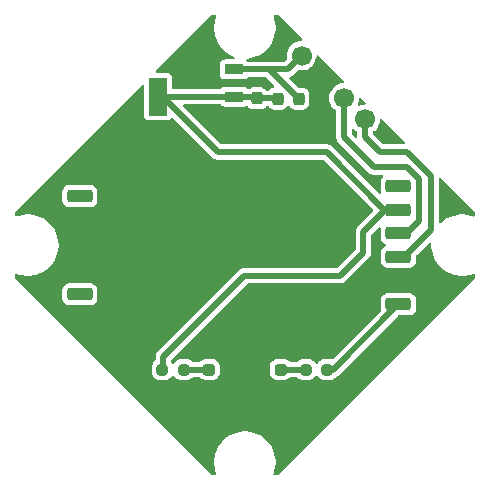
<source format=gtl>
G04 #@! TF.GenerationSoftware,KiCad,Pcbnew,8.0.5*
G04 #@! TF.CreationDate,2024-09-26T09:52:47+02:00*
G04 #@! TF.ProjectId,BL-R8812AF1 mount,424c2d52-3838-4313-9241-4631206d6f75,rev?*
G04 #@! TF.SameCoordinates,Original*
G04 #@! TF.FileFunction,Copper,L1,Top*
G04 #@! TF.FilePolarity,Positive*
%FSLAX46Y46*%
G04 Gerber Fmt 4.6, Leading zero omitted, Abs format (unit mm)*
G04 Created by KiCad (PCBNEW 8.0.5) date 2024-09-26 09:52:47*
%MOMM*%
%LPD*%
G01*
G04 APERTURE LIST*
G04 Aperture macros list*
%AMRoundRect*
0 Rectangle with rounded corners*
0 $1 Rounding radius*
0 $2 $3 $4 $5 $6 $7 $8 $9 X,Y pos of 4 corners*
0 Add a 4 corners polygon primitive as box body*
4,1,4,$2,$3,$4,$5,$6,$7,$8,$9,$2,$3,0*
0 Add four circle primitives for the rounded corners*
1,1,$1+$1,$2,$3*
1,1,$1+$1,$4,$5*
1,1,$1+$1,$6,$7*
1,1,$1+$1,$8,$9*
0 Add four rect primitives between the rounded corners*
20,1,$1+$1,$2,$3,$4,$5,0*
20,1,$1+$1,$4,$5,$6,$7,0*
20,1,$1+$1,$6,$7,$8,$9,0*
20,1,$1+$1,$8,$9,$2,$3,0*%
%AMHorizOval*
0 Thick line with rounded ends*
0 $1 width*
0 $2 $3 position (X,Y) of the first rounded end (center of the circle)*
0 $4 $5 position (X,Y) of the second rounded end (center of the circle)*
0 Add line between two ends*
20,1,$1,$2,$3,$4,$5,0*
0 Add two circle primitives to create the rounded ends*
1,1,$1,$2,$3*
1,1,$1,$4,$5*%
G04 Aperture macros list end*
G04 #@! TA.AperFunction,SMDPad,CuDef*
%ADD10RoundRect,0.237500X0.250000X0.237500X-0.250000X0.237500X-0.250000X-0.237500X0.250000X-0.237500X0*%
G04 #@! TD*
G04 #@! TA.AperFunction,SMDPad,CuDef*
%ADD11RoundRect,0.237500X-0.250000X-0.237500X0.250000X-0.237500X0.250000X0.237500X-0.250000X0.237500X0*%
G04 #@! TD*
G04 #@! TA.AperFunction,SMDPad,CuDef*
%ADD12RoundRect,0.237500X-0.237500X0.300000X-0.237500X-0.300000X0.237500X-0.300000X0.237500X0.300000X0*%
G04 #@! TD*
G04 #@! TA.AperFunction,SMDPad,CuDef*
%ADD13RoundRect,0.237500X0.287500X0.237500X-0.287500X0.237500X-0.287500X-0.237500X0.287500X-0.237500X0*%
G04 #@! TD*
G04 #@! TA.AperFunction,SMDPad,CuDef*
%ADD14RoundRect,0.237500X-0.287500X-0.237500X0.287500X-0.237500X0.287500X0.237500X-0.287500X0.237500X0*%
G04 #@! TD*
G04 #@! TA.AperFunction,ComponentPad*
%ADD15C,4.000000*%
G04 #@! TD*
G04 #@! TA.AperFunction,ComponentPad*
%ADD16C,1.700000*%
G04 #@! TD*
G04 #@! TA.AperFunction,ComponentPad*
%ADD17HorizOval,1.700000X0.000000X0.000000X0.000000X0.000000X0*%
G04 #@! TD*
G04 #@! TA.AperFunction,SMDPad,CuDef*
%ADD18R,1.549400X0.900800*%
G04 #@! TD*
G04 #@! TA.AperFunction,SMDPad,CuDef*
%ADD19R,1.549400X3.200400*%
G04 #@! TD*
G04 #@! TA.AperFunction,SMDPad,CuDef*
%ADD20RoundRect,0.275000X0.825000X0.275000X-0.825000X0.275000X-0.825000X-0.275000X0.825000X-0.275000X0*%
G04 #@! TD*
G04 #@! TA.AperFunction,Conductor*
%ADD21C,0.500000*%
G04 #@! TD*
G04 #@! TA.AperFunction,Conductor*
%ADD22C,0.200000*%
G04 #@! TD*
G04 APERTURE END LIST*
D10*
X87550000Y-159639000D03*
X85725000Y-159639000D03*
D11*
X97870000Y-159639000D03*
X99695000Y-159639000D03*
D12*
X97282000Y-136705000D03*
X97282000Y-138430000D03*
X95504000Y-136705000D03*
X95504000Y-138430000D03*
X93726000Y-136678500D03*
X93726000Y-138403500D03*
D13*
X91426000Y-159639000D03*
X89676000Y-159639000D03*
D14*
X93994000Y-159639000D03*
X95744000Y-159639000D03*
D15*
X94201000Y-148938000D03*
X99601000Y-148938000D03*
X94201000Y-154338000D03*
X99601000Y-154338000D03*
D16*
X97499898Y-133059898D03*
D17*
X99295949Y-134855949D03*
X101092000Y-136652000D03*
X102888052Y-138448052D03*
D18*
X91795600Y-138825000D03*
X91795600Y-136525000D03*
X91795600Y-134225000D03*
D19*
X85344000Y-136525000D03*
D20*
X105710000Y-144098000D03*
X105710000Y-146098000D03*
X105710000Y-148098000D03*
X105710000Y-150098000D03*
X105710000Y-152098000D03*
X105710000Y-154098000D03*
X78710000Y-154748000D03*
X78710000Y-153248000D03*
X78710000Y-151748000D03*
X78710000Y-146448000D03*
X78710000Y-144948000D03*
X78710000Y-143448000D03*
D21*
X93726000Y-136678500D02*
X95477500Y-136678500D01*
D22*
X95477500Y-136678500D02*
X95504000Y-136705000D01*
D21*
X95745000Y-136906000D02*
X95758000Y-136893000D01*
X93980000Y-136893000D02*
X93993000Y-136906000D01*
X102743000Y-147965000D02*
X102743000Y-149733000D01*
X104610000Y-146098000D02*
X102743000Y-147965000D01*
X85344000Y-136525000D02*
X91795600Y-136525000D01*
X85598000Y-136398000D02*
X85344000Y-136398000D01*
X99628478Y-141224000D02*
X90424000Y-141224000D01*
X93485000Y-136525000D02*
X93726000Y-136766000D01*
X105710000Y-146098000D02*
X104502478Y-146098000D01*
X104502478Y-146098000D02*
X99628478Y-141224000D01*
X85789000Y-158559000D02*
X85789000Y-159639000D01*
X100788000Y-151688000D02*
X92660000Y-151688000D01*
X92660000Y-151688000D02*
X85789000Y-158559000D01*
X102743000Y-149733000D02*
X100788000Y-151688000D01*
X90424000Y-141224000D02*
X85598000Y-136398000D01*
X91795600Y-136525000D02*
X93485000Y-136525000D01*
X105710000Y-146098000D02*
X104610000Y-146098000D01*
X108458000Y-147828000D02*
X108458000Y-143256000D01*
X106210000Y-150098000D02*
X106442000Y-150098000D01*
X106426000Y-141224000D02*
X104140000Y-141224000D01*
X104140000Y-141224000D02*
X102888052Y-139972052D01*
X102616000Y-138430000D02*
X102634051Y-138411949D01*
X106188000Y-150098000D02*
X108458000Y-147828000D01*
X105710000Y-150098000D02*
X106188000Y-150098000D01*
X102888052Y-139972052D02*
X102888052Y-138448052D01*
X108458000Y-143256000D02*
X106426000Y-141224000D01*
X102616000Y-138871076D02*
X102616000Y-138430000D01*
X105710000Y-148098000D02*
X106410000Y-148098000D01*
X107442000Y-147066000D02*
X107442000Y-143510000D01*
X101092000Y-136906000D02*
X100981096Y-136795096D01*
X101092000Y-139954000D02*
X101092000Y-136906000D01*
X106410000Y-148098000D02*
X107442000Y-147066000D01*
X106426000Y-142494000D02*
X103632000Y-142494000D01*
X107442000Y-143510000D02*
X106426000Y-142494000D01*
X106210000Y-148098000D02*
X106410000Y-148098000D01*
X103632000Y-142494000D02*
X101092000Y-139954000D01*
X105710000Y-154098000D02*
X100169000Y-159639000D01*
X100169000Y-159639000D02*
X99631000Y-159639000D01*
X94742000Y-134225000D02*
X96366988Y-134225000D01*
X96366988Y-134225000D02*
X97388994Y-133202994D01*
X97282000Y-136765000D02*
X94742000Y-134225000D01*
X97282000Y-136779000D02*
X97282000Y-136765000D01*
X91795600Y-134225000D02*
X94742000Y-134225000D01*
X97981000Y-159639000D02*
X95517000Y-159639000D01*
X89903000Y-159639000D02*
X87439000Y-159639000D01*
G04 #@! TA.AperFunction,Conductor*
G36*
X84088134Y-135530192D02*
G01*
X84144067Y-135572064D01*
X84168484Y-135637528D01*
X84168800Y-135646374D01*
X84168800Y-138156717D01*
X84178255Y-138216412D01*
X84183654Y-138250504D01*
X84241250Y-138363542D01*
X84241252Y-138363544D01*
X84241254Y-138363547D01*
X84330952Y-138453245D01*
X84330954Y-138453246D01*
X84330958Y-138453250D01*
X84443994Y-138510845D01*
X84443998Y-138510847D01*
X84537775Y-138525699D01*
X84537781Y-138525700D01*
X86150218Y-138525699D01*
X86244004Y-138510846D01*
X86357042Y-138453250D01*
X86399362Y-138410930D01*
X86453651Y-138356642D01*
X86455401Y-138358392D01*
X86499545Y-138324333D01*
X86569156Y-138318335D01*
X86630960Y-138350924D01*
X86632245Y-138352191D01*
X90009325Y-141729272D01*
X90009331Y-141729277D01*
X90115874Y-141800466D01*
X90185221Y-141829189D01*
X90234256Y-141849501D01*
X90234259Y-141849501D01*
X90234260Y-141849502D01*
X90359928Y-141874500D01*
X90359931Y-141874500D01*
X90488069Y-141874500D01*
X99307670Y-141874500D01*
X99374709Y-141894185D01*
X99395351Y-141910819D01*
X103548611Y-146064079D01*
X103582096Y-146125402D01*
X103577112Y-146195094D01*
X103548611Y-146239441D01*
X102237724Y-147550328D01*
X102178973Y-147638257D01*
X102166535Y-147656872D01*
X102117499Y-147775255D01*
X102117497Y-147775261D01*
X102092500Y-147900928D01*
X102092500Y-149412192D01*
X102072815Y-149479231D01*
X102056181Y-149499873D01*
X100554873Y-151001181D01*
X100493550Y-151034666D01*
X100467192Y-151037500D01*
X92595929Y-151037500D01*
X92470261Y-151062497D01*
X92470255Y-151062499D01*
X92351870Y-151111535D01*
X92245331Y-151182722D01*
X92245324Y-151182728D01*
X85283726Y-158144326D01*
X85212534Y-158250874D01*
X85163499Y-158369255D01*
X85163497Y-158369261D01*
X85138500Y-158494928D01*
X85138500Y-158788555D01*
X85118815Y-158855594D01*
X85085972Y-158887243D01*
X85087020Y-158888594D01*
X85080851Y-158893378D01*
X84966878Y-159007351D01*
X84966869Y-159007363D01*
X84884820Y-159146103D01*
X84884817Y-159146110D01*
X84839846Y-159300897D01*
X84839845Y-159300903D01*
X84837000Y-159337057D01*
X84837000Y-159940922D01*
X84837001Y-159940947D01*
X84839846Y-159977098D01*
X84884817Y-160131889D01*
X84884820Y-160131896D01*
X84966869Y-160270636D01*
X84966873Y-160270641D01*
X84966873Y-160270642D01*
X84966878Y-160270648D01*
X85080851Y-160384621D01*
X85080855Y-160384624D01*
X85080857Y-160384626D01*
X85080860Y-160384627D01*
X85080863Y-160384630D01*
X85173356Y-160439329D01*
X85219606Y-160466681D01*
X85260428Y-160478541D01*
X85374397Y-160511653D01*
X85374400Y-160511653D01*
X85374402Y-160511654D01*
X85410565Y-160514500D01*
X86039434Y-160514499D01*
X86075598Y-160511654D01*
X86230394Y-160466681D01*
X86369143Y-160384626D01*
X86483126Y-160270643D01*
X86530769Y-160190082D01*
X86581836Y-160142400D01*
X86650578Y-160129896D01*
X86715167Y-160156541D01*
X86744230Y-160190080D01*
X86791874Y-160270643D01*
X86791876Y-160270645D01*
X86791878Y-160270648D01*
X86905851Y-160384621D01*
X86905855Y-160384624D01*
X86905857Y-160384626D01*
X86905860Y-160384627D01*
X86905863Y-160384630D01*
X86998356Y-160439329D01*
X87044606Y-160466681D01*
X87085428Y-160478541D01*
X87199397Y-160511653D01*
X87199400Y-160511653D01*
X87199402Y-160511654D01*
X87235565Y-160514500D01*
X87864434Y-160514499D01*
X87900598Y-160511654D01*
X88055394Y-160466681D01*
X88194143Y-160384626D01*
X88252951Y-160325817D01*
X88314272Y-160292334D01*
X88340631Y-160289500D01*
X88847869Y-160289500D01*
X88914908Y-160309185D01*
X88935545Y-160325814D01*
X88994357Y-160384626D01*
X88994360Y-160384627D01*
X88994363Y-160384630D01*
X89086856Y-160439329D01*
X89133106Y-160466681D01*
X89173928Y-160478541D01*
X89287897Y-160511653D01*
X89287900Y-160511653D01*
X89287902Y-160511654D01*
X89324065Y-160514500D01*
X90027934Y-160514499D01*
X90064098Y-160511654D01*
X90218894Y-160466681D01*
X90357643Y-160384626D01*
X90471626Y-160270643D01*
X90553681Y-160131894D01*
X90598654Y-159977098D01*
X90601500Y-159940935D01*
X90601499Y-159337066D01*
X90601498Y-159337057D01*
X94818500Y-159337057D01*
X94818500Y-159940922D01*
X94818501Y-159940947D01*
X94821346Y-159977098D01*
X94866317Y-160131889D01*
X94866320Y-160131896D01*
X94948369Y-160270636D01*
X94948373Y-160270641D01*
X94948373Y-160270642D01*
X94948378Y-160270648D01*
X95062351Y-160384621D01*
X95062355Y-160384624D01*
X95062357Y-160384626D01*
X95062360Y-160384627D01*
X95062363Y-160384630D01*
X95154856Y-160439329D01*
X95201106Y-160466681D01*
X95241928Y-160478541D01*
X95355897Y-160511653D01*
X95355900Y-160511653D01*
X95355902Y-160511654D01*
X95392065Y-160514500D01*
X96095934Y-160514499D01*
X96132098Y-160511654D01*
X96286894Y-160466681D01*
X96425643Y-160384626D01*
X96484451Y-160325817D01*
X96545772Y-160292334D01*
X96572131Y-160289500D01*
X97079369Y-160289500D01*
X97146408Y-160309185D01*
X97167045Y-160325814D01*
X97225857Y-160384626D01*
X97225860Y-160384627D01*
X97225863Y-160384630D01*
X97318356Y-160439329D01*
X97364606Y-160466681D01*
X97405428Y-160478541D01*
X97519397Y-160511653D01*
X97519400Y-160511653D01*
X97519402Y-160511654D01*
X97555565Y-160514500D01*
X98184434Y-160514499D01*
X98220598Y-160511654D01*
X98375394Y-160466681D01*
X98514143Y-160384626D01*
X98628126Y-160270643D01*
X98675769Y-160190082D01*
X98726836Y-160142400D01*
X98795578Y-160129896D01*
X98860167Y-160156541D01*
X98889230Y-160190080D01*
X98936874Y-160270643D01*
X98936876Y-160270645D01*
X98936878Y-160270648D01*
X99050851Y-160384621D01*
X99050855Y-160384624D01*
X99050857Y-160384626D01*
X99050860Y-160384627D01*
X99050863Y-160384630D01*
X99143356Y-160439329D01*
X99189606Y-160466681D01*
X99230428Y-160478541D01*
X99344397Y-160511653D01*
X99344400Y-160511653D01*
X99344402Y-160511654D01*
X99380565Y-160514500D01*
X100009434Y-160514499D01*
X100045598Y-160511654D01*
X100200394Y-160466681D01*
X100339143Y-160384626D01*
X100453126Y-160270643D01*
X100477026Y-160230228D01*
X100514868Y-160190246D01*
X100583669Y-160144277D01*
X105643127Y-155084819D01*
X105704450Y-155051334D01*
X105730808Y-155048500D01*
X106589591Y-155048500D01*
X106589594Y-155048500D01*
X106657657Y-155042315D01*
X106814270Y-154993512D01*
X106954653Y-154908648D01*
X107070648Y-154792653D01*
X107155512Y-154652270D01*
X107204315Y-154495657D01*
X107210500Y-154427594D01*
X107210500Y-153768406D01*
X107204315Y-153700343D01*
X107155512Y-153543730D01*
X107155511Y-153543727D01*
X107070651Y-153403351D01*
X107070648Y-153403347D01*
X106954652Y-153287351D01*
X106954648Y-153287348D01*
X106814272Y-153202488D01*
X106814263Y-153202485D01*
X106657664Y-153153687D01*
X106657662Y-153153686D01*
X106657657Y-153153685D01*
X106589594Y-153147500D01*
X104830406Y-153147500D01*
X104762343Y-153153685D01*
X104762339Y-153153686D01*
X104762335Y-153153687D01*
X104605736Y-153202485D01*
X104605727Y-153202488D01*
X104465351Y-153287348D01*
X104465347Y-153287351D01*
X104349351Y-153403347D01*
X104349348Y-153403351D01*
X104264488Y-153543727D01*
X104264485Y-153543736D01*
X104215687Y-153700335D01*
X104215685Y-153700343D01*
X104209500Y-153768406D01*
X104209500Y-154427594D01*
X104215685Y-154495657D01*
X104235367Y-154558818D01*
X104236519Y-154628677D01*
X104204663Y-154683389D01*
X100155938Y-158732114D01*
X100094615Y-158765599D01*
X100051956Y-158766314D01*
X100051915Y-158766843D01*
X100046388Y-158766408D01*
X100045978Y-158766415D01*
X100045600Y-158766346D01*
X100009435Y-158763500D01*
X99380577Y-158763500D01*
X99380552Y-158763501D01*
X99344401Y-158766346D01*
X99189610Y-158811317D01*
X99189603Y-158811320D01*
X99050863Y-158893369D01*
X99050851Y-158893378D01*
X98936878Y-159007351D01*
X98936872Y-159007359D01*
X98889232Y-159087916D01*
X98838163Y-159135599D01*
X98769422Y-159148103D01*
X98704832Y-159121458D01*
X98675768Y-159087916D01*
X98661252Y-159063371D01*
X98628126Y-159007357D01*
X98628124Y-159007355D01*
X98628121Y-159007351D01*
X98514148Y-158893378D01*
X98514136Y-158893369D01*
X98375396Y-158811320D01*
X98375389Y-158811317D01*
X98220602Y-158766346D01*
X98220596Y-158766345D01*
X98184435Y-158763500D01*
X97555577Y-158763500D01*
X97555552Y-158763501D01*
X97519401Y-158766346D01*
X97364610Y-158811317D01*
X97364603Y-158811320D01*
X97225863Y-158893369D01*
X97225855Y-158893375D01*
X97206863Y-158912368D01*
X97167048Y-158952182D01*
X97105728Y-158985666D01*
X97079369Y-158988500D01*
X96572131Y-158988500D01*
X96505092Y-158968815D01*
X96484454Y-158952185D01*
X96425643Y-158893374D01*
X96425641Y-158893373D01*
X96425636Y-158893369D01*
X96286896Y-158811320D01*
X96286889Y-158811317D01*
X96132102Y-158766346D01*
X96132096Y-158766345D01*
X96095935Y-158763500D01*
X95392077Y-158763500D01*
X95392052Y-158763501D01*
X95355901Y-158766346D01*
X95201110Y-158811317D01*
X95201103Y-158811320D01*
X95062363Y-158893369D01*
X95062351Y-158893378D01*
X94948378Y-159007351D01*
X94948369Y-159007363D01*
X94866320Y-159146103D01*
X94866317Y-159146110D01*
X94821346Y-159300897D01*
X94821345Y-159300903D01*
X94818500Y-159337057D01*
X90601498Y-159337057D01*
X90598654Y-159300902D01*
X90553681Y-159146106D01*
X90471626Y-159007357D01*
X90471624Y-159007355D01*
X90471621Y-159007351D01*
X90357648Y-158893378D01*
X90357636Y-158893369D01*
X90218896Y-158811320D01*
X90218889Y-158811317D01*
X90064102Y-158766346D01*
X90064096Y-158766345D01*
X90027935Y-158763500D01*
X89324077Y-158763500D01*
X89324052Y-158763501D01*
X89287901Y-158766346D01*
X89133110Y-158811317D01*
X89133103Y-158811320D01*
X88994363Y-158893369D01*
X88994355Y-158893375D01*
X88975363Y-158912368D01*
X88935548Y-158952182D01*
X88874228Y-158985666D01*
X88847869Y-158988500D01*
X88340631Y-158988500D01*
X88273592Y-158968815D01*
X88252954Y-158952185D01*
X88194143Y-158893374D01*
X88194141Y-158893373D01*
X88194136Y-158893369D01*
X88055396Y-158811320D01*
X88055389Y-158811317D01*
X87900602Y-158766346D01*
X87900596Y-158766345D01*
X87864435Y-158763500D01*
X87235577Y-158763500D01*
X87235552Y-158763501D01*
X87199401Y-158766346D01*
X87044610Y-158811317D01*
X87044603Y-158811320D01*
X86905863Y-158893369D01*
X86905851Y-158893378D01*
X86791878Y-159007351D01*
X86791872Y-159007359D01*
X86744232Y-159087916D01*
X86693163Y-159135599D01*
X86624422Y-159148103D01*
X86559832Y-159121458D01*
X86530768Y-159087916D01*
X86516252Y-159063371D01*
X86483126Y-159007357D01*
X86483124Y-159007355D01*
X86483121Y-159007351D01*
X86475819Y-159000049D01*
X86442334Y-158938726D01*
X86439500Y-158912368D01*
X86439500Y-158879808D01*
X86459185Y-158812769D01*
X86475819Y-158792127D01*
X92893127Y-152374819D01*
X92954450Y-152341334D01*
X92980808Y-152338500D01*
X100852071Y-152338500D01*
X100936615Y-152321682D01*
X100977744Y-152313501D01*
X101096127Y-152264465D01*
X101202669Y-152193277D01*
X103248277Y-150147669D01*
X103319466Y-150041126D01*
X103368501Y-149922743D01*
X103389129Y-149819045D01*
X103393500Y-149797069D01*
X103393500Y-148285807D01*
X103413185Y-148218768D01*
X103429814Y-148198130D01*
X104002316Y-147625629D01*
X104063638Y-147592145D01*
X104133330Y-147597129D01*
X104189263Y-147639001D01*
X104213680Y-147704465D01*
X104213487Y-147724530D01*
X104209500Y-147768406D01*
X104209500Y-148427594D01*
X104215685Y-148495657D01*
X104215686Y-148495662D01*
X104215687Y-148495664D01*
X104264485Y-148652263D01*
X104264488Y-148652272D01*
X104349348Y-148792648D01*
X104349351Y-148792652D01*
X104465348Y-148908649D01*
X104603035Y-148991883D01*
X104650222Y-149043410D01*
X104662061Y-149112270D01*
X104634793Y-149176599D01*
X104603035Y-149204117D01*
X104465348Y-149287350D01*
X104349351Y-149403347D01*
X104349348Y-149403351D01*
X104264488Y-149543727D01*
X104264485Y-149543736D01*
X104215687Y-149700335D01*
X104215685Y-149700343D01*
X104209500Y-149768406D01*
X104209500Y-150427594D01*
X104215685Y-150495657D01*
X104215686Y-150495662D01*
X104215687Y-150495664D01*
X104264485Y-150652263D01*
X104264488Y-150652272D01*
X104349348Y-150792648D01*
X104349351Y-150792652D01*
X104465347Y-150908648D01*
X104465351Y-150908651D01*
X104605727Y-150993511D01*
X104605730Y-150993512D01*
X104762343Y-151042315D01*
X104830406Y-151048500D01*
X104830409Y-151048500D01*
X106589591Y-151048500D01*
X106589594Y-151048500D01*
X106657657Y-151042315D01*
X106814270Y-150993512D01*
X106954653Y-150908648D01*
X107070648Y-150792653D01*
X107155512Y-150652270D01*
X107204315Y-150495657D01*
X107210500Y-150427594D01*
X107210500Y-150046807D01*
X107230185Y-149979768D01*
X107246814Y-149959131D01*
X108282595Y-148923349D01*
X108343918Y-148889865D01*
X108413610Y-148894849D01*
X108469543Y-148936721D01*
X108493960Y-149002185D01*
X108494276Y-149011031D01*
X108494276Y-149244047D01*
X108526975Y-149534271D01*
X108526978Y-149534285D01*
X108591972Y-149819044D01*
X108591973Y-149819045D01*
X108688441Y-150094738D01*
X108815169Y-150357890D01*
X108815171Y-150357893D01*
X108970568Y-150605206D01*
X109152678Y-150833565D01*
X109359211Y-151040098D01*
X109587570Y-151222208D01*
X109834883Y-151377605D01*
X110098039Y-151504335D01*
X110373731Y-151600803D01*
X110658490Y-151665798D01*
X110658499Y-151665799D01*
X110658504Y-151665800D01*
X110851986Y-151687599D01*
X110948729Y-151698499D01*
X110948732Y-151698500D01*
X110948735Y-151698500D01*
X111240820Y-151698500D01*
X111240821Y-151698499D01*
X111389147Y-151681787D01*
X111531047Y-151665800D01*
X111531050Y-151665799D01*
X111531062Y-151665798D01*
X111815821Y-151600803D01*
X112044547Y-151520768D01*
X112114324Y-151517208D01*
X112174952Y-151551937D01*
X112207179Y-151613930D01*
X112209500Y-151637811D01*
X112209500Y-151839324D01*
X112189815Y-151906363D01*
X112173181Y-151927005D01*
X95539005Y-168561181D01*
X95477682Y-168594666D01*
X95451324Y-168597500D01*
X95249811Y-168597500D01*
X95182772Y-168577815D01*
X95137017Y-168525011D01*
X95127073Y-168455853D01*
X95132767Y-168432551D01*
X95212803Y-168203821D01*
X95277798Y-167919062D01*
X95310500Y-167628817D01*
X95310500Y-167336735D01*
X95277798Y-167046490D01*
X95212803Y-166761731D01*
X95116335Y-166486039D01*
X94989605Y-166222883D01*
X94834208Y-165975570D01*
X94652098Y-165747211D01*
X94445565Y-165540678D01*
X94217206Y-165358568D01*
X93969893Y-165203171D01*
X93969890Y-165203169D01*
X93706738Y-165076441D01*
X93431046Y-164979973D01*
X93431044Y-164979972D01*
X93211280Y-164929812D01*
X93146286Y-164914978D01*
X93146283Y-164914977D01*
X93146271Y-164914975D01*
X92856047Y-164882276D01*
X92856041Y-164882276D01*
X92563959Y-164882276D01*
X92563952Y-164882276D01*
X92273728Y-164914975D01*
X92273714Y-164914978D01*
X91988955Y-164979972D01*
X91988953Y-164979973D01*
X91713261Y-165076441D01*
X91450109Y-165203169D01*
X91202795Y-165358567D01*
X90974435Y-165540677D01*
X90767901Y-165747211D01*
X90585791Y-165975571D01*
X90430393Y-166222885D01*
X90303665Y-166486037D01*
X90207197Y-166761729D01*
X90207196Y-166761731D01*
X90142202Y-167046490D01*
X90142199Y-167046504D01*
X90109500Y-167336728D01*
X90109500Y-167628823D01*
X90142199Y-167919047D01*
X90142201Y-167919059D01*
X90142202Y-167919062D01*
X90207197Y-168203821D01*
X90287231Y-168432547D01*
X90290792Y-168502324D01*
X90256063Y-168562952D01*
X90194070Y-168595179D01*
X90170189Y-168597500D01*
X89968676Y-168597500D01*
X89901637Y-168577815D01*
X89880995Y-168561181D01*
X74238220Y-152918406D01*
X77209500Y-152918406D01*
X77209500Y-153577594D01*
X77215685Y-153645657D01*
X77215686Y-153645662D01*
X77215687Y-153645664D01*
X77264485Y-153802263D01*
X77264488Y-153802272D01*
X77349348Y-153942648D01*
X77349351Y-153942652D01*
X77465347Y-154058648D01*
X77465351Y-154058651D01*
X77605727Y-154143511D01*
X77605730Y-154143512D01*
X77762343Y-154192315D01*
X77830406Y-154198500D01*
X77830409Y-154198500D01*
X79589591Y-154198500D01*
X79589594Y-154198500D01*
X79657657Y-154192315D01*
X79814270Y-154143512D01*
X79954653Y-154058648D01*
X80070648Y-153942653D01*
X80155512Y-153802270D01*
X80204315Y-153645657D01*
X80210500Y-153577594D01*
X80210500Y-152918406D01*
X80204315Y-152850343D01*
X80155512Y-152693730D01*
X80155511Y-152693727D01*
X80070651Y-152553351D01*
X80070648Y-152553347D01*
X79954652Y-152437351D01*
X79954648Y-152437348D01*
X79814272Y-152352488D01*
X79814263Y-152352485D01*
X79657664Y-152303687D01*
X79657662Y-152303686D01*
X79657657Y-152303685D01*
X79589594Y-152297500D01*
X77830406Y-152297500D01*
X77762343Y-152303685D01*
X77762339Y-152303686D01*
X77762335Y-152303687D01*
X77605736Y-152352485D01*
X77605727Y-152352488D01*
X77465351Y-152437348D01*
X77465347Y-152437351D01*
X77349351Y-152553347D01*
X77349348Y-152553351D01*
X77264488Y-152693727D01*
X77264485Y-152693736D01*
X77215687Y-152850335D01*
X77215685Y-152850343D01*
X77209500Y-152918406D01*
X74238220Y-152918406D01*
X73246819Y-151927005D01*
X73213334Y-151865682D01*
X73210500Y-151839324D01*
X73210500Y-151637811D01*
X73230185Y-151570772D01*
X73282989Y-151525017D01*
X73352147Y-151515073D01*
X73375448Y-151520767D01*
X73604179Y-151600803D01*
X73888938Y-151665798D01*
X73888947Y-151665799D01*
X73888952Y-151665800D01*
X74082434Y-151687599D01*
X74179177Y-151698499D01*
X74179180Y-151698500D01*
X74179183Y-151698500D01*
X74471268Y-151698500D01*
X74471269Y-151698499D01*
X74619595Y-151681787D01*
X74761495Y-151665800D01*
X74761498Y-151665799D01*
X74761510Y-151665798D01*
X75046269Y-151600803D01*
X75321961Y-151504335D01*
X75585117Y-151377605D01*
X75832430Y-151222208D01*
X76060789Y-151040098D01*
X76267322Y-150833565D01*
X76449432Y-150605206D01*
X76604829Y-150357893D01*
X76731559Y-150094737D01*
X76828027Y-149819045D01*
X76893022Y-149534286D01*
X76896900Y-149499873D01*
X76925723Y-149244047D01*
X76925724Y-149244043D01*
X76925724Y-148951956D01*
X76925723Y-148951952D01*
X76922500Y-148923350D01*
X76907775Y-148792652D01*
X76893024Y-148661728D01*
X76893023Y-148661723D01*
X76893022Y-148661714D01*
X76828027Y-148376955D01*
X76731559Y-148101263D01*
X76604829Y-147838107D01*
X76449432Y-147590794D01*
X76267322Y-147362435D01*
X76060789Y-147155902D01*
X75832430Y-146973792D01*
X75585117Y-146818395D01*
X75585114Y-146818393D01*
X75321962Y-146691665D01*
X75046270Y-146595197D01*
X75046268Y-146595196D01*
X74826504Y-146545036D01*
X74761510Y-146530202D01*
X74761507Y-146530201D01*
X74761495Y-146530199D01*
X74471271Y-146497500D01*
X74471265Y-146497500D01*
X74179183Y-146497500D01*
X74179176Y-146497500D01*
X73888952Y-146530199D01*
X73888938Y-146530202D01*
X73604179Y-146595196D01*
X73604177Y-146595197D01*
X73375454Y-146675230D01*
X73305675Y-146678791D01*
X73245048Y-146644062D01*
X73212821Y-146582068D01*
X73210500Y-146558188D01*
X73210500Y-146356675D01*
X73230185Y-146289636D01*
X73246814Y-146268999D01*
X74897407Y-144618406D01*
X77209500Y-144618406D01*
X77209500Y-145277594D01*
X77215685Y-145345657D01*
X77215686Y-145345662D01*
X77215687Y-145345664D01*
X77264485Y-145502263D01*
X77264488Y-145502272D01*
X77349348Y-145642648D01*
X77349351Y-145642652D01*
X77465347Y-145758648D01*
X77465351Y-145758651D01*
X77605727Y-145843511D01*
X77605730Y-145843512D01*
X77762343Y-145892315D01*
X77830406Y-145898500D01*
X77830409Y-145898500D01*
X79589591Y-145898500D01*
X79589594Y-145898500D01*
X79657657Y-145892315D01*
X79814270Y-145843512D01*
X79954653Y-145758648D01*
X80070648Y-145642653D01*
X80155512Y-145502270D01*
X80204315Y-145345657D01*
X80210500Y-145277594D01*
X80210500Y-144618406D01*
X80204315Y-144550343D01*
X80155512Y-144393730D01*
X80155511Y-144393727D01*
X80070651Y-144253351D01*
X80070648Y-144253347D01*
X79954652Y-144137351D01*
X79954648Y-144137348D01*
X79814272Y-144052488D01*
X79814263Y-144052485D01*
X79657664Y-144003687D01*
X79657662Y-144003686D01*
X79657657Y-144003685D01*
X79589594Y-143997500D01*
X77830406Y-143997500D01*
X77762343Y-144003685D01*
X77762339Y-144003686D01*
X77762335Y-144003687D01*
X77605736Y-144052485D01*
X77605727Y-144052488D01*
X77465351Y-144137348D01*
X77465347Y-144137351D01*
X77349351Y-144253347D01*
X77349348Y-144253351D01*
X77264488Y-144393727D01*
X77264485Y-144393736D01*
X77215687Y-144550335D01*
X77215685Y-144550343D01*
X77209500Y-144618406D01*
X74897407Y-144618406D01*
X83957121Y-135558691D01*
X84018442Y-135525208D01*
X84088134Y-135530192D01*
G37*
G04 #@! TD.AperFunction*
G04 #@! TA.AperFunction,Conductor*
G36*
X98960014Y-133055828D02*
G01*
X101096069Y-135191883D01*
X101129554Y-135253206D01*
X101124570Y-135322898D01*
X101082698Y-135378831D01*
X101019196Y-135403092D01*
X100874023Y-135415793D01*
X100874020Y-135415793D01*
X100662677Y-135472422D01*
X100662668Y-135472426D01*
X100464361Y-135564898D01*
X100464357Y-135564900D01*
X100285121Y-135690402D01*
X100130402Y-135845121D01*
X100004900Y-136024357D01*
X100004898Y-136024361D01*
X99912426Y-136222668D01*
X99912422Y-136222677D01*
X99855793Y-136434020D01*
X99855793Y-136434024D01*
X99839971Y-136614878D01*
X99836723Y-136652000D01*
X99850292Y-136807104D01*
X99855793Y-136869975D01*
X99855793Y-136869979D01*
X99912422Y-137081322D01*
X99912424Y-137081326D01*
X99912425Y-137081330D01*
X99956337Y-137175500D01*
X100004897Y-137279638D01*
X100018109Y-137298506D01*
X100130402Y-137458877D01*
X100240204Y-137568679D01*
X100285124Y-137613599D01*
X100388623Y-137686069D01*
X100432248Y-137740645D01*
X100441500Y-137787644D01*
X100441500Y-140018069D01*
X100441500Y-140018071D01*
X100441499Y-140018071D01*
X100466497Y-140143738D01*
X100466499Y-140143744D01*
X100515534Y-140262125D01*
X100586726Y-140368673D01*
X103217327Y-142999274D01*
X103317575Y-143066257D01*
X103317574Y-143066258D01*
X103317580Y-143066260D01*
X103320768Y-143068390D01*
X103323871Y-143070464D01*
X103323872Y-143070464D01*
X103323873Y-143070465D01*
X103442256Y-143119501D01*
X103442260Y-143119501D01*
X103442261Y-143119502D01*
X103567928Y-143144500D01*
X103567931Y-143144500D01*
X104308837Y-143144500D01*
X104375876Y-143164185D01*
X104421631Y-143216989D01*
X104431575Y-143286147D01*
X104402550Y-143349703D01*
X104396518Y-143356181D01*
X104349351Y-143403347D01*
X104349348Y-143403351D01*
X104264488Y-143543727D01*
X104264485Y-143543736D01*
X104215687Y-143700335D01*
X104215685Y-143700345D01*
X104209500Y-143768408D01*
X104209500Y-144427591D01*
X104215685Y-144495654D01*
X104215686Y-144495661D01*
X104245093Y-144590030D01*
X104246245Y-144659891D01*
X104209444Y-144719283D01*
X104146375Y-144749351D01*
X104077062Y-144740549D01*
X104039027Y-144714602D01*
X100043151Y-140718726D01*
X100043147Y-140718723D01*
X99936605Y-140647535D01*
X99818222Y-140598499D01*
X99818220Y-140598498D01*
X99818216Y-140598497D01*
X99813458Y-140597551D01*
X99813458Y-140597550D01*
X99692549Y-140573500D01*
X99692547Y-140573500D01*
X90744808Y-140573500D01*
X90677769Y-140553815D01*
X90657127Y-140537181D01*
X87507127Y-137387181D01*
X87473642Y-137325858D01*
X87478626Y-137256166D01*
X87520498Y-137200233D01*
X87585962Y-137175816D01*
X87594808Y-137175500D01*
X90603246Y-137175500D01*
X90670285Y-137195185D01*
X90690928Y-137211819D01*
X90692848Y-137213740D01*
X90692850Y-137213742D01*
X90782558Y-137303450D01*
X90878743Y-137352459D01*
X90895598Y-137361047D01*
X90989375Y-137375899D01*
X90989381Y-137375900D01*
X92601818Y-137375899D01*
X92695604Y-137361046D01*
X92805413Y-137305095D01*
X92874078Y-137292199D01*
X92938819Y-137318475D01*
X92968437Y-137352459D01*
X92980371Y-137372639D01*
X92980378Y-137372648D01*
X93094351Y-137486621D01*
X93094355Y-137486624D01*
X93094357Y-137486626D01*
X93094360Y-137486627D01*
X93094363Y-137486630D01*
X93139173Y-137513130D01*
X93233106Y-137568681D01*
X93273928Y-137580541D01*
X93387897Y-137613653D01*
X93387900Y-137613653D01*
X93387902Y-137613654D01*
X93424065Y-137616500D01*
X94027934Y-137616499D01*
X94064098Y-137613654D01*
X94218894Y-137568681D01*
X94357643Y-137486626D01*
X94385392Y-137458877D01*
X94477143Y-137367127D01*
X94479147Y-137369131D01*
X94524872Y-137336099D01*
X94566226Y-137329000D01*
X94646163Y-137329000D01*
X94713202Y-137348685D01*
X94752895Y-137389879D01*
X94758371Y-137399139D01*
X94758378Y-137399148D01*
X94872351Y-137513121D01*
X94872355Y-137513124D01*
X94872357Y-137513126D01*
X94872360Y-137513127D01*
X94872363Y-137513130D01*
X94964856Y-137567829D01*
X95011106Y-137595181D01*
X95051928Y-137607041D01*
X95165897Y-137640153D01*
X95165900Y-137640153D01*
X95165902Y-137640154D01*
X95202065Y-137643000D01*
X95805934Y-137642999D01*
X95842098Y-137640154D01*
X95996894Y-137595181D01*
X96135643Y-137513126D01*
X96249626Y-137399143D01*
X96249630Y-137399137D01*
X96286268Y-137337185D01*
X96337336Y-137289501D01*
X96406078Y-137276997D01*
X96470667Y-137303642D01*
X96499732Y-137337185D01*
X96536369Y-137399137D01*
X96536378Y-137399148D01*
X96650351Y-137513121D01*
X96650355Y-137513124D01*
X96650357Y-137513126D01*
X96650360Y-137513127D01*
X96650363Y-137513130D01*
X96742856Y-137567829D01*
X96789106Y-137595181D01*
X96829928Y-137607041D01*
X96943897Y-137640153D01*
X96943900Y-137640153D01*
X96943902Y-137640154D01*
X96980065Y-137643000D01*
X97583934Y-137642999D01*
X97620098Y-137640154D01*
X97774894Y-137595181D01*
X97913643Y-137513126D01*
X98027626Y-137399143D01*
X98109681Y-137260394D01*
X98154654Y-137105598D01*
X98157500Y-137069435D01*
X98157499Y-136340566D01*
X98154654Y-136304402D01*
X98109681Y-136149606D01*
X98082329Y-136103356D01*
X98027630Y-136010863D01*
X98027621Y-136010851D01*
X97913648Y-135896878D01*
X97913636Y-135896869D01*
X97774896Y-135814820D01*
X97774889Y-135814817D01*
X97620102Y-135769846D01*
X97620096Y-135769845D01*
X97583942Y-135767000D01*
X97583935Y-135767000D01*
X97255308Y-135767000D01*
X97188269Y-135747315D01*
X97167627Y-135730681D01*
X96496164Y-135059218D01*
X96462679Y-134997895D01*
X96467663Y-134928203D01*
X96509535Y-134872270D01*
X96551315Y-134853639D01*
X96550900Y-134852270D01*
X96556722Y-134850502D01*
X96556732Y-134850501D01*
X96675115Y-134801465D01*
X96678062Y-134799496D01*
X96781657Y-134730277D01*
X97180259Y-134331673D01*
X97241582Y-134298189D01*
X97278747Y-134295827D01*
X97281919Y-134296104D01*
X97281921Y-134296105D01*
X97421482Y-134308314D01*
X97499896Y-134315175D01*
X97499898Y-134315175D01*
X97499900Y-134315175D01*
X97529114Y-134312619D01*
X97717875Y-134296105D01*
X97929228Y-134239473D01*
X98127537Y-134147000D01*
X98306775Y-134021496D01*
X98461496Y-133866775D01*
X98587000Y-133687537D01*
X98679473Y-133489228D01*
X98736105Y-133277875D01*
X98748805Y-133132699D01*
X98774257Y-133067633D01*
X98830848Y-133026655D01*
X98900610Y-133022776D01*
X98960014Y-133055828D01*
G37*
G04 #@! TD.AperFunction*
G04 #@! TA.AperFunction,NonConductor*
G36*
X95518363Y-129618185D02*
G01*
X95539005Y-129634819D01*
X97503967Y-131599781D01*
X97537452Y-131661104D01*
X97532468Y-131730796D01*
X97490596Y-131786729D01*
X97427094Y-131810990D01*
X97281921Y-131823691D01*
X97281918Y-131823691D01*
X97070575Y-131880320D01*
X97070566Y-131880324D01*
X96872259Y-131972796D01*
X96872255Y-131972798D01*
X96693019Y-132098300D01*
X96538300Y-132253019D01*
X96412798Y-132432255D01*
X96412796Y-132432259D01*
X96320324Y-132630566D01*
X96320320Y-132630575D01*
X96263691Y-132841918D01*
X96263691Y-132841922D01*
X96244621Y-133059895D01*
X96244621Y-133059900D01*
X96263690Y-133277868D01*
X96263691Y-133277875D01*
X96272735Y-133311628D01*
X96271070Y-133381478D01*
X96240641Y-133431399D01*
X96133862Y-133538180D01*
X96072539Y-133571666D01*
X96046180Y-133574500D01*
X92987954Y-133574500D01*
X92920915Y-133554815D01*
X92900273Y-133538181D01*
X92876138Y-133514046D01*
X92842653Y-133452723D01*
X92847637Y-133383031D01*
X92889509Y-133327098D01*
X92949936Y-133303145D01*
X93146272Y-133281024D01*
X93146275Y-133281023D01*
X93146286Y-133281022D01*
X93431045Y-133216027D01*
X93706737Y-133119559D01*
X93969893Y-132992829D01*
X94217206Y-132837432D01*
X94445565Y-132655322D01*
X94652098Y-132448789D01*
X94834208Y-132220430D01*
X94989605Y-131973117D01*
X95116335Y-131709961D01*
X95212803Y-131434269D01*
X95277798Y-131149510D01*
X95310500Y-130859265D01*
X95310500Y-130567183D01*
X95277798Y-130276938D01*
X95212803Y-129992179D01*
X95132768Y-129763452D01*
X95129208Y-129693676D01*
X95163937Y-129633048D01*
X95225930Y-129600821D01*
X95249811Y-129598500D01*
X95451324Y-129598500D01*
X95518363Y-129618185D01*
G37*
G04 #@! TD.AperFunction*
G04 #@! TA.AperFunction,NonConductor*
G36*
X90237228Y-129618185D02*
G01*
X90282983Y-129670989D01*
X90292927Y-129740147D01*
X90287232Y-129763448D01*
X90231776Y-129921933D01*
X90207196Y-129992181D01*
X90142202Y-130276938D01*
X90142199Y-130276952D01*
X90109500Y-130567176D01*
X90109500Y-130859271D01*
X90142199Y-131149495D01*
X90142202Y-131149509D01*
X90207196Y-131434268D01*
X90207197Y-131434270D01*
X90303665Y-131709962D01*
X90430393Y-131973114D01*
X90430395Y-131973117D01*
X90585792Y-132220430D01*
X90721652Y-132390793D01*
X90754720Y-132432260D01*
X90767902Y-132448789D01*
X90974435Y-132655322D01*
X91202794Y-132837432D01*
X91450107Y-132992829D01*
X91450109Y-132992830D01*
X91713263Y-133119559D01*
X91713265Y-133119560D01*
X91751841Y-133133058D01*
X91808618Y-133173779D01*
X91834366Y-133238732D01*
X91820910Y-133307293D01*
X91772524Y-133357697D01*
X91710888Y-133374100D01*
X90989382Y-133374100D01*
X90908419Y-133386923D01*
X90895596Y-133388954D01*
X90782558Y-133446550D01*
X90782557Y-133446551D01*
X90782552Y-133446554D01*
X90692854Y-133536252D01*
X90692851Y-133536257D01*
X90692850Y-133536258D01*
X90683395Y-133554815D01*
X90635252Y-133649298D01*
X90620400Y-133743075D01*
X90620400Y-134706917D01*
X90624100Y-134730277D01*
X90635254Y-134800704D01*
X90692850Y-134913742D01*
X90692852Y-134913744D01*
X90692854Y-134913747D01*
X90782552Y-135003445D01*
X90782554Y-135003446D01*
X90782558Y-135003450D01*
X90892008Y-135059218D01*
X90895598Y-135061047D01*
X90989375Y-135075899D01*
X90989381Y-135075900D01*
X92601818Y-135075899D01*
X92695604Y-135061046D01*
X92808642Y-135003450D01*
X92898350Y-134913742D01*
X92898351Y-134913739D01*
X92900272Y-134911819D01*
X92961595Y-134878334D01*
X92987954Y-134875500D01*
X94421192Y-134875500D01*
X94488231Y-134895185D01*
X94508873Y-134911819D01*
X95173390Y-135576336D01*
X95206875Y-135637659D01*
X95201891Y-135707351D01*
X95160019Y-135763284D01*
X95120304Y-135783093D01*
X95011110Y-135814816D01*
X95011103Y-135814820D01*
X94872363Y-135896869D01*
X94872355Y-135896875D01*
X94824953Y-135944278D01*
X94777548Y-135991682D01*
X94716228Y-136025166D01*
X94689869Y-136028000D01*
X94566226Y-136028000D01*
X94499187Y-136008315D01*
X94478048Y-135988967D01*
X94477143Y-135989873D01*
X94357648Y-135870378D01*
X94357636Y-135870369D01*
X94218896Y-135788320D01*
X94218889Y-135788317D01*
X94064102Y-135743346D01*
X94064096Y-135743345D01*
X94027935Y-135740500D01*
X93424077Y-135740500D01*
X93424052Y-135740501D01*
X93387901Y-135743346D01*
X93233110Y-135788317D01*
X93233103Y-135788320D01*
X93116578Y-135857232D01*
X93053458Y-135874500D01*
X92987954Y-135874500D01*
X92920915Y-135854815D01*
X92900272Y-135838181D01*
X92898351Y-135836259D01*
X92898350Y-135836258D01*
X92808642Y-135746550D01*
X92731710Y-135707351D01*
X92695601Y-135688952D01*
X92601824Y-135674100D01*
X90989382Y-135674100D01*
X90908419Y-135686923D01*
X90895596Y-135688954D01*
X90782558Y-135746550D01*
X90782557Y-135746551D01*
X90782556Y-135746551D01*
X90759263Y-135769845D01*
X90692850Y-135836258D01*
X90692849Y-135836259D01*
X90690928Y-135838181D01*
X90629605Y-135871666D01*
X90603246Y-135874500D01*
X86643199Y-135874500D01*
X86576160Y-135854815D01*
X86530405Y-135802011D01*
X86519199Y-135750500D01*
X86519199Y-134893282D01*
X86504346Y-134799496D01*
X86446750Y-134686458D01*
X86446746Y-134686454D01*
X86446745Y-134686452D01*
X86357047Y-134596754D01*
X86357044Y-134596752D01*
X86357042Y-134596750D01*
X86280217Y-134557605D01*
X86244001Y-134539152D01*
X86150224Y-134524300D01*
X86150219Y-134524300D01*
X85290875Y-134524300D01*
X85223836Y-134504615D01*
X85178081Y-134451811D01*
X85168137Y-134382653D01*
X85197162Y-134319097D01*
X85203194Y-134312619D01*
X89880995Y-129634819D01*
X89942318Y-129601334D01*
X89968676Y-129598500D01*
X90170189Y-129598500D01*
X90237228Y-129618185D01*
G37*
G04 #@! TD.AperFunction*
G04 #@! TA.AperFunction,NonConductor*
G36*
X102552116Y-136647930D02*
G01*
X102892121Y-136987935D01*
X102925606Y-137049258D01*
X102920622Y-137118950D01*
X102878750Y-137174883D01*
X102815248Y-137199144D01*
X102670075Y-137211845D01*
X102670072Y-137211845D01*
X102458729Y-137268474D01*
X102458724Y-137268476D01*
X102416823Y-137288015D01*
X102347745Y-137298506D01*
X102283961Y-137269985D01*
X102245722Y-137211509D01*
X102245169Y-137141641D01*
X102252033Y-137123236D01*
X102271575Y-137081330D01*
X102328207Y-136869977D01*
X102340907Y-136724801D01*
X102366359Y-136659735D01*
X102422950Y-136618757D01*
X102492712Y-136614878D01*
X102552116Y-136647930D01*
G37*
G04 #@! TD.AperFunction*
G04 #@! TA.AperFunction,NonConductor*
G36*
X101947703Y-139276624D02*
G01*
X101954167Y-139282642D01*
X102041862Y-139370337D01*
X102081176Y-139409651D01*
X102184675Y-139482121D01*
X102228300Y-139536697D01*
X102237552Y-139583696D01*
X102237552Y-139880244D01*
X102217867Y-139947283D01*
X102165063Y-139993038D01*
X102095905Y-140002982D01*
X102032349Y-139973957D01*
X102025871Y-139967925D01*
X101778819Y-139720873D01*
X101745334Y-139659550D01*
X101742500Y-139633192D01*
X101742500Y-139370337D01*
X101762185Y-139303298D01*
X101814989Y-139257543D01*
X101884147Y-139247599D01*
X101947703Y-139276624D01*
G37*
G04 #@! TD.AperFunction*
G04 #@! TA.AperFunction,NonConductor*
G36*
X104348168Y-138443982D02*
G01*
X106266005Y-140361819D01*
X106299490Y-140423142D01*
X106294506Y-140492834D01*
X106252634Y-140548767D01*
X106187170Y-140573184D01*
X106178324Y-140573500D01*
X104460808Y-140573500D01*
X104393769Y-140553815D01*
X104373127Y-140537181D01*
X103574871Y-139738925D01*
X103541386Y-139677602D01*
X103538552Y-139651244D01*
X103538552Y-139583696D01*
X103558237Y-139516657D01*
X103591429Y-139482121D01*
X103694929Y-139409650D01*
X103849650Y-139254929D01*
X103975154Y-139075691D01*
X104067627Y-138877382D01*
X104124259Y-138666029D01*
X104136959Y-138520853D01*
X104162411Y-138455787D01*
X104219002Y-138414809D01*
X104288764Y-138410930D01*
X104348168Y-138443982D01*
G37*
G04 #@! TD.AperFunction*
G04 #@! TA.AperFunction,NonConductor*
G36*
X109313703Y-143409963D02*
G01*
X109320181Y-143415995D01*
X112173181Y-146268995D01*
X112206666Y-146330318D01*
X112209500Y-146356676D01*
X112209500Y-146558188D01*
X112189815Y-146625227D01*
X112137011Y-146670982D01*
X112067853Y-146680926D01*
X112044546Y-146675230D01*
X111815822Y-146595197D01*
X111815820Y-146595196D01*
X111596056Y-146545036D01*
X111531062Y-146530202D01*
X111531059Y-146530201D01*
X111531047Y-146530199D01*
X111240823Y-146497500D01*
X111240817Y-146497500D01*
X110948735Y-146497500D01*
X110948728Y-146497500D01*
X110658504Y-146530199D01*
X110658490Y-146530202D01*
X110373731Y-146595196D01*
X110373729Y-146595197D01*
X110098037Y-146691665D01*
X109834885Y-146818393D01*
X109587571Y-146973791D01*
X109359211Y-147155901D01*
X109320181Y-147194932D01*
X109258858Y-147228417D01*
X109189166Y-147223433D01*
X109133233Y-147181561D01*
X109108816Y-147116097D01*
X109108500Y-147107251D01*
X109108500Y-143503676D01*
X109128185Y-143436637D01*
X109180989Y-143390882D01*
X109250147Y-143380938D01*
X109313703Y-143409963D01*
G37*
G04 #@! TD.AperFunction*
M02*

</source>
